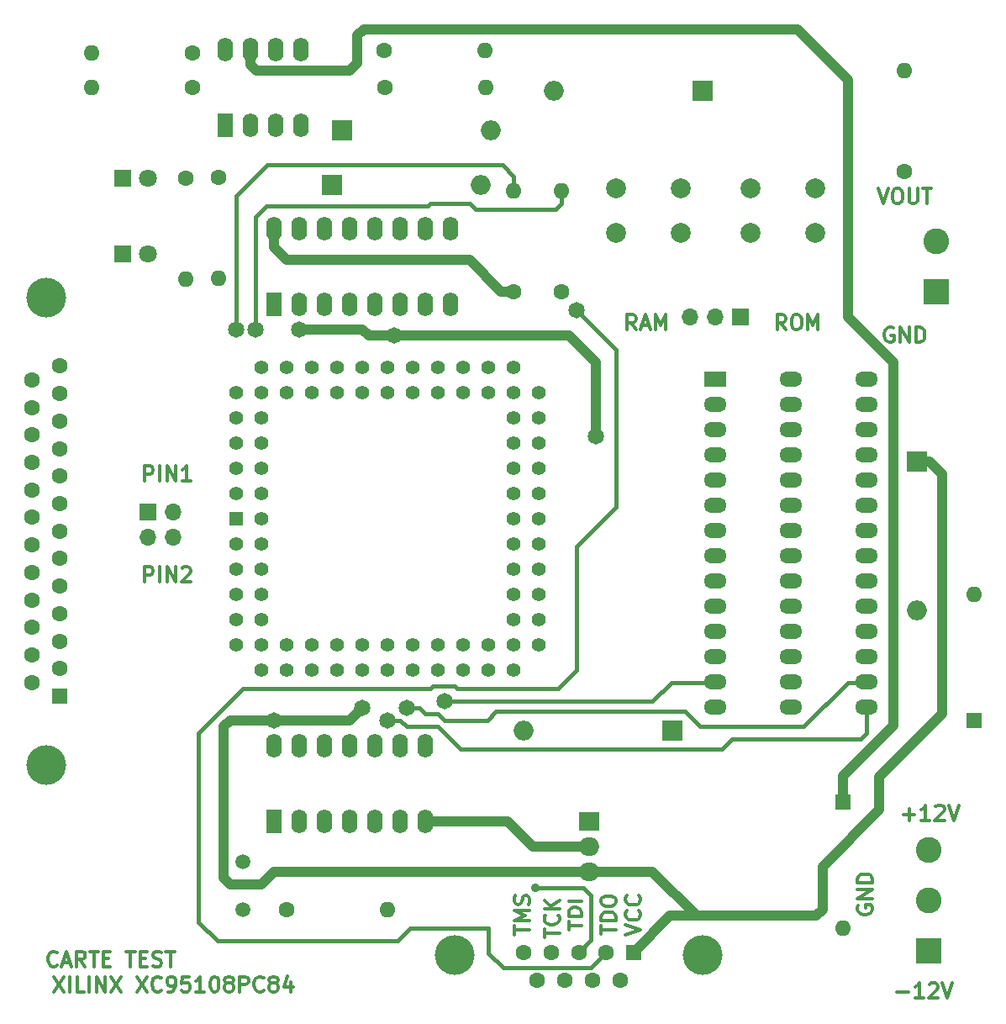
<source format=gbr>
%TF.GenerationSoftware,KiCad,Pcbnew,8.0.5*%
%TF.CreationDate,2024-10-06T22:29:13+02:00*%
%TF.ProjectId,carte_test,63617274-655f-4746-9573-742e6b696361,0*%
%TF.SameCoordinates,Original*%
%TF.FileFunction,Copper,L1,Top*%
%TF.FilePolarity,Positive*%
%FSLAX46Y46*%
G04 Gerber Fmt 4.6, Leading zero omitted, Abs format (unit mm)*
G04 Created by KiCad (PCBNEW 8.0.5) date 2024-10-06 22:29:13*
%MOMM*%
%LPD*%
G01*
G04 APERTURE LIST*
%ADD10C,0.304800*%
%TA.AperFunction,NonConductor*%
%ADD11C,0.304800*%
%TD*%
%TA.AperFunction,ComponentPad*%
%ADD12R,1.600000X1.600000*%
%TD*%
%TA.AperFunction,ComponentPad*%
%ADD13O,1.600000X1.600000*%
%TD*%
%TA.AperFunction,ComponentPad*%
%ADD14C,2.000000*%
%TD*%
%TA.AperFunction,ComponentPad*%
%ADD15R,1.397000X1.397000*%
%TD*%
%TA.AperFunction,ComponentPad*%
%ADD16C,1.397000*%
%TD*%
%TA.AperFunction,ComponentPad*%
%ADD17R,1.600000X2.400000*%
%TD*%
%TA.AperFunction,ComponentPad*%
%ADD18O,1.600000X2.400000*%
%TD*%
%TA.AperFunction,ComponentPad*%
%ADD19R,1.700000X1.700000*%
%TD*%
%TA.AperFunction,ComponentPad*%
%ADD20O,1.700000X1.700000*%
%TD*%
%TA.AperFunction,ComponentPad*%
%ADD21C,1.600000*%
%TD*%
%TA.AperFunction,ComponentPad*%
%ADD22C,1.500000*%
%TD*%
%TA.AperFunction,ComponentPad*%
%ADD23R,1.800000X1.800000*%
%TD*%
%TA.AperFunction,ComponentPad*%
%ADD24C,1.800000*%
%TD*%
%TA.AperFunction,ComponentPad*%
%ADD25C,4.000000*%
%TD*%
%TA.AperFunction,ComponentPad*%
%ADD26R,2.000000X1.905000*%
%TD*%
%TA.AperFunction,ComponentPad*%
%ADD27O,2.000000X1.905000*%
%TD*%
%TA.AperFunction,ComponentPad*%
%ADD28R,2.600000X2.600000*%
%TD*%
%TA.AperFunction,ComponentPad*%
%ADD29C,2.600000*%
%TD*%
%TA.AperFunction,ComponentPad*%
%ADD30R,2.000000X2.000000*%
%TD*%
%TA.AperFunction,ComponentPad*%
%ADD31O,2.000000X2.000000*%
%TD*%
%TA.AperFunction,ComponentPad*%
%ADD32R,2.300000X1.500000*%
%TD*%
%TA.AperFunction,ComponentPad*%
%ADD33O,2.300000X1.500000*%
%TD*%
%TA.AperFunction,ViaPad*%
%ADD34C,1.651000*%
%TD*%
%TA.AperFunction,ViaPad*%
%ADD35C,0.900000*%
%TD*%
%TA.AperFunction,Conductor*%
%ADD36C,1.016000*%
%TD*%
%TA.AperFunction,Conductor*%
%ADD37C,0.431800*%
%TD*%
%TA.AperFunction,Conductor*%
%ADD38C,0.400000*%
%TD*%
G04 APERTURE END LIST*
D10*
D11*
X151003841Y-129213428D02*
X151003841Y-128342571D01*
X152527841Y-128777999D02*
X151003841Y-128777999D01*
X152382698Y-126963713D02*
X152455270Y-127036285D01*
X152455270Y-127036285D02*
X152527841Y-127253999D01*
X152527841Y-127253999D02*
X152527841Y-127399142D01*
X152527841Y-127399142D02*
X152455270Y-127616856D01*
X152455270Y-127616856D02*
X152310127Y-127761999D01*
X152310127Y-127761999D02*
X152164984Y-127834570D01*
X152164984Y-127834570D02*
X151874698Y-127907142D01*
X151874698Y-127907142D02*
X151656984Y-127907142D01*
X151656984Y-127907142D02*
X151366698Y-127834570D01*
X151366698Y-127834570D02*
X151221555Y-127761999D01*
X151221555Y-127761999D02*
X151076412Y-127616856D01*
X151076412Y-127616856D02*
X151003841Y-127399142D01*
X151003841Y-127399142D02*
X151003841Y-127253999D01*
X151003841Y-127253999D02*
X151076412Y-127036285D01*
X151076412Y-127036285D02*
X151148984Y-126963713D01*
X152527841Y-126310570D02*
X151003841Y-126310570D01*
X152527841Y-125439713D02*
X151656984Y-126092856D01*
X151003841Y-125439713D02*
X151874698Y-126310570D01*
D10*
D11*
X101618141Y-133150181D02*
X102634141Y-134674181D01*
X102634141Y-133150181D02*
X101618141Y-134674181D01*
X103214713Y-134674181D02*
X103214713Y-133150181D01*
X104666141Y-134674181D02*
X103940427Y-134674181D01*
X103940427Y-134674181D02*
X103940427Y-133150181D01*
X105174141Y-134674181D02*
X105174141Y-133150181D01*
X105899855Y-134674181D02*
X105899855Y-133150181D01*
X105899855Y-133150181D02*
X106770712Y-134674181D01*
X106770712Y-134674181D02*
X106770712Y-133150181D01*
X107351283Y-133150181D02*
X108367283Y-134674181D01*
X108367283Y-133150181D02*
X107351283Y-134674181D01*
X109963855Y-133150181D02*
X110979855Y-134674181D01*
X110979855Y-133150181D02*
X109963855Y-134674181D01*
X112431284Y-134529038D02*
X112358712Y-134601610D01*
X112358712Y-134601610D02*
X112140998Y-134674181D01*
X112140998Y-134674181D02*
X111995855Y-134674181D01*
X111995855Y-134674181D02*
X111778141Y-134601610D01*
X111778141Y-134601610D02*
X111632998Y-134456467D01*
X111632998Y-134456467D02*
X111560427Y-134311324D01*
X111560427Y-134311324D02*
X111487855Y-134021038D01*
X111487855Y-134021038D02*
X111487855Y-133803324D01*
X111487855Y-133803324D02*
X111560427Y-133513038D01*
X111560427Y-133513038D02*
X111632998Y-133367895D01*
X111632998Y-133367895D02*
X111778141Y-133222752D01*
X111778141Y-133222752D02*
X111995855Y-133150181D01*
X111995855Y-133150181D02*
X112140998Y-133150181D01*
X112140998Y-133150181D02*
X112358712Y-133222752D01*
X112358712Y-133222752D02*
X112431284Y-133295324D01*
X113156998Y-134674181D02*
X113447284Y-134674181D01*
X113447284Y-134674181D02*
X113592427Y-134601610D01*
X113592427Y-134601610D02*
X113664998Y-134529038D01*
X113664998Y-134529038D02*
X113810141Y-134311324D01*
X113810141Y-134311324D02*
X113882712Y-134021038D01*
X113882712Y-134021038D02*
X113882712Y-133440467D01*
X113882712Y-133440467D02*
X113810141Y-133295324D01*
X113810141Y-133295324D02*
X113737570Y-133222752D01*
X113737570Y-133222752D02*
X113592427Y-133150181D01*
X113592427Y-133150181D02*
X113302141Y-133150181D01*
X113302141Y-133150181D02*
X113156998Y-133222752D01*
X113156998Y-133222752D02*
X113084427Y-133295324D01*
X113084427Y-133295324D02*
X113011855Y-133440467D01*
X113011855Y-133440467D02*
X113011855Y-133803324D01*
X113011855Y-133803324D02*
X113084427Y-133948467D01*
X113084427Y-133948467D02*
X113156998Y-134021038D01*
X113156998Y-134021038D02*
X113302141Y-134093610D01*
X113302141Y-134093610D02*
X113592427Y-134093610D01*
X113592427Y-134093610D02*
X113737570Y-134021038D01*
X113737570Y-134021038D02*
X113810141Y-133948467D01*
X113810141Y-133948467D02*
X113882712Y-133803324D01*
X115261570Y-133150181D02*
X114535856Y-133150181D01*
X114535856Y-133150181D02*
X114463284Y-133875895D01*
X114463284Y-133875895D02*
X114535856Y-133803324D01*
X114535856Y-133803324D02*
X114680999Y-133730752D01*
X114680999Y-133730752D02*
X115043856Y-133730752D01*
X115043856Y-133730752D02*
X115188999Y-133803324D01*
X115188999Y-133803324D02*
X115261570Y-133875895D01*
X115261570Y-133875895D02*
X115334141Y-134021038D01*
X115334141Y-134021038D02*
X115334141Y-134383895D01*
X115334141Y-134383895D02*
X115261570Y-134529038D01*
X115261570Y-134529038D02*
X115188999Y-134601610D01*
X115188999Y-134601610D02*
X115043856Y-134674181D01*
X115043856Y-134674181D02*
X114680999Y-134674181D01*
X114680999Y-134674181D02*
X114535856Y-134601610D01*
X114535856Y-134601610D02*
X114463284Y-134529038D01*
X116785570Y-134674181D02*
X115914713Y-134674181D01*
X116350142Y-134674181D02*
X116350142Y-133150181D01*
X116350142Y-133150181D02*
X116204999Y-133367895D01*
X116204999Y-133367895D02*
X116059856Y-133513038D01*
X116059856Y-133513038D02*
X115914713Y-133585610D01*
X117728999Y-133150181D02*
X117874142Y-133150181D01*
X117874142Y-133150181D02*
X118019285Y-133222752D01*
X118019285Y-133222752D02*
X118091857Y-133295324D01*
X118091857Y-133295324D02*
X118164428Y-133440467D01*
X118164428Y-133440467D02*
X118236999Y-133730752D01*
X118236999Y-133730752D02*
X118236999Y-134093610D01*
X118236999Y-134093610D02*
X118164428Y-134383895D01*
X118164428Y-134383895D02*
X118091857Y-134529038D01*
X118091857Y-134529038D02*
X118019285Y-134601610D01*
X118019285Y-134601610D02*
X117874142Y-134674181D01*
X117874142Y-134674181D02*
X117728999Y-134674181D01*
X117728999Y-134674181D02*
X117583857Y-134601610D01*
X117583857Y-134601610D02*
X117511285Y-134529038D01*
X117511285Y-134529038D02*
X117438714Y-134383895D01*
X117438714Y-134383895D02*
X117366142Y-134093610D01*
X117366142Y-134093610D02*
X117366142Y-133730752D01*
X117366142Y-133730752D02*
X117438714Y-133440467D01*
X117438714Y-133440467D02*
X117511285Y-133295324D01*
X117511285Y-133295324D02*
X117583857Y-133222752D01*
X117583857Y-133222752D02*
X117728999Y-133150181D01*
X119107857Y-133803324D02*
X118962714Y-133730752D01*
X118962714Y-133730752D02*
X118890143Y-133658181D01*
X118890143Y-133658181D02*
X118817571Y-133513038D01*
X118817571Y-133513038D02*
X118817571Y-133440467D01*
X118817571Y-133440467D02*
X118890143Y-133295324D01*
X118890143Y-133295324D02*
X118962714Y-133222752D01*
X118962714Y-133222752D02*
X119107857Y-133150181D01*
X119107857Y-133150181D02*
X119398143Y-133150181D01*
X119398143Y-133150181D02*
X119543286Y-133222752D01*
X119543286Y-133222752D02*
X119615857Y-133295324D01*
X119615857Y-133295324D02*
X119688428Y-133440467D01*
X119688428Y-133440467D02*
X119688428Y-133513038D01*
X119688428Y-133513038D02*
X119615857Y-133658181D01*
X119615857Y-133658181D02*
X119543286Y-133730752D01*
X119543286Y-133730752D02*
X119398143Y-133803324D01*
X119398143Y-133803324D02*
X119107857Y-133803324D01*
X119107857Y-133803324D02*
X118962714Y-133875895D01*
X118962714Y-133875895D02*
X118890143Y-133948467D01*
X118890143Y-133948467D02*
X118817571Y-134093610D01*
X118817571Y-134093610D02*
X118817571Y-134383895D01*
X118817571Y-134383895D02*
X118890143Y-134529038D01*
X118890143Y-134529038D02*
X118962714Y-134601610D01*
X118962714Y-134601610D02*
X119107857Y-134674181D01*
X119107857Y-134674181D02*
X119398143Y-134674181D01*
X119398143Y-134674181D02*
X119543286Y-134601610D01*
X119543286Y-134601610D02*
X119615857Y-134529038D01*
X119615857Y-134529038D02*
X119688428Y-134383895D01*
X119688428Y-134383895D02*
X119688428Y-134093610D01*
X119688428Y-134093610D02*
X119615857Y-133948467D01*
X119615857Y-133948467D02*
X119543286Y-133875895D01*
X119543286Y-133875895D02*
X119398143Y-133803324D01*
X120341572Y-134674181D02*
X120341572Y-133150181D01*
X120341572Y-133150181D02*
X120922143Y-133150181D01*
X120922143Y-133150181D02*
X121067286Y-133222752D01*
X121067286Y-133222752D02*
X121139857Y-133295324D01*
X121139857Y-133295324D02*
X121212429Y-133440467D01*
X121212429Y-133440467D02*
X121212429Y-133658181D01*
X121212429Y-133658181D02*
X121139857Y-133803324D01*
X121139857Y-133803324D02*
X121067286Y-133875895D01*
X121067286Y-133875895D02*
X120922143Y-133948467D01*
X120922143Y-133948467D02*
X120341572Y-133948467D01*
X122736429Y-134529038D02*
X122663857Y-134601610D01*
X122663857Y-134601610D02*
X122446143Y-134674181D01*
X122446143Y-134674181D02*
X122301000Y-134674181D01*
X122301000Y-134674181D02*
X122083286Y-134601610D01*
X122083286Y-134601610D02*
X121938143Y-134456467D01*
X121938143Y-134456467D02*
X121865572Y-134311324D01*
X121865572Y-134311324D02*
X121793000Y-134021038D01*
X121793000Y-134021038D02*
X121793000Y-133803324D01*
X121793000Y-133803324D02*
X121865572Y-133513038D01*
X121865572Y-133513038D02*
X121938143Y-133367895D01*
X121938143Y-133367895D02*
X122083286Y-133222752D01*
X122083286Y-133222752D02*
X122301000Y-133150181D01*
X122301000Y-133150181D02*
X122446143Y-133150181D01*
X122446143Y-133150181D02*
X122663857Y-133222752D01*
X122663857Y-133222752D02*
X122736429Y-133295324D01*
X123607286Y-133803324D02*
X123462143Y-133730752D01*
X123462143Y-133730752D02*
X123389572Y-133658181D01*
X123389572Y-133658181D02*
X123317000Y-133513038D01*
X123317000Y-133513038D02*
X123317000Y-133440467D01*
X123317000Y-133440467D02*
X123389572Y-133295324D01*
X123389572Y-133295324D02*
X123462143Y-133222752D01*
X123462143Y-133222752D02*
X123607286Y-133150181D01*
X123607286Y-133150181D02*
X123897572Y-133150181D01*
X123897572Y-133150181D02*
X124042715Y-133222752D01*
X124042715Y-133222752D02*
X124115286Y-133295324D01*
X124115286Y-133295324D02*
X124187857Y-133440467D01*
X124187857Y-133440467D02*
X124187857Y-133513038D01*
X124187857Y-133513038D02*
X124115286Y-133658181D01*
X124115286Y-133658181D02*
X124042715Y-133730752D01*
X124042715Y-133730752D02*
X123897572Y-133803324D01*
X123897572Y-133803324D02*
X123607286Y-133803324D01*
X123607286Y-133803324D02*
X123462143Y-133875895D01*
X123462143Y-133875895D02*
X123389572Y-133948467D01*
X123389572Y-133948467D02*
X123317000Y-134093610D01*
X123317000Y-134093610D02*
X123317000Y-134383895D01*
X123317000Y-134383895D02*
X123389572Y-134529038D01*
X123389572Y-134529038D02*
X123462143Y-134601610D01*
X123462143Y-134601610D02*
X123607286Y-134674181D01*
X123607286Y-134674181D02*
X123897572Y-134674181D01*
X123897572Y-134674181D02*
X124042715Y-134601610D01*
X124042715Y-134601610D02*
X124115286Y-134529038D01*
X124115286Y-134529038D02*
X124187857Y-134383895D01*
X124187857Y-134383895D02*
X124187857Y-134093610D01*
X124187857Y-134093610D02*
X124115286Y-133948467D01*
X124115286Y-133948467D02*
X124042715Y-133875895D01*
X124042715Y-133875895D02*
X123897572Y-133803324D01*
X125494144Y-133658181D02*
X125494144Y-134674181D01*
X125131286Y-133077610D02*
X124768429Y-134166181D01*
X124768429Y-134166181D02*
X125711858Y-134166181D01*
D10*
D11*
X175332572Y-67999181D02*
X174824572Y-67273467D01*
X174461715Y-67999181D02*
X174461715Y-66475181D01*
X174461715Y-66475181D02*
X175042286Y-66475181D01*
X175042286Y-66475181D02*
X175187429Y-66547752D01*
X175187429Y-66547752D02*
X175260000Y-66620324D01*
X175260000Y-66620324D02*
X175332572Y-66765467D01*
X175332572Y-66765467D02*
X175332572Y-66983181D01*
X175332572Y-66983181D02*
X175260000Y-67128324D01*
X175260000Y-67128324D02*
X175187429Y-67200895D01*
X175187429Y-67200895D02*
X175042286Y-67273467D01*
X175042286Y-67273467D02*
X174461715Y-67273467D01*
X176276000Y-66475181D02*
X176566286Y-66475181D01*
X176566286Y-66475181D02*
X176711429Y-66547752D01*
X176711429Y-66547752D02*
X176856572Y-66692895D01*
X176856572Y-66692895D02*
X176929143Y-66983181D01*
X176929143Y-66983181D02*
X176929143Y-67491181D01*
X176929143Y-67491181D02*
X176856572Y-67781467D01*
X176856572Y-67781467D02*
X176711429Y-67926610D01*
X176711429Y-67926610D02*
X176566286Y-67999181D01*
X176566286Y-67999181D02*
X176276000Y-67999181D01*
X176276000Y-67999181D02*
X176130858Y-67926610D01*
X176130858Y-67926610D02*
X175985715Y-67781467D01*
X175985715Y-67781467D02*
X175913143Y-67491181D01*
X175913143Y-67491181D02*
X175913143Y-66983181D01*
X175913143Y-66983181D02*
X175985715Y-66692895D01*
X175985715Y-66692895D02*
X176130858Y-66547752D01*
X176130858Y-66547752D02*
X176276000Y-66475181D01*
X177582286Y-67999181D02*
X177582286Y-66475181D01*
X177582286Y-66475181D02*
X178090286Y-67563752D01*
X178090286Y-67563752D02*
X178598286Y-66475181D01*
X178598286Y-66475181D02*
X178598286Y-67999181D01*
D10*
D11*
X186163857Y-67817752D02*
X186018715Y-67745181D01*
X186018715Y-67745181D02*
X185801000Y-67745181D01*
X185801000Y-67745181D02*
X185583286Y-67817752D01*
X185583286Y-67817752D02*
X185438143Y-67962895D01*
X185438143Y-67962895D02*
X185365572Y-68108038D01*
X185365572Y-68108038D02*
X185293000Y-68398324D01*
X185293000Y-68398324D02*
X185293000Y-68616038D01*
X185293000Y-68616038D02*
X185365572Y-68906324D01*
X185365572Y-68906324D02*
X185438143Y-69051467D01*
X185438143Y-69051467D02*
X185583286Y-69196610D01*
X185583286Y-69196610D02*
X185801000Y-69269181D01*
X185801000Y-69269181D02*
X185946143Y-69269181D01*
X185946143Y-69269181D02*
X186163857Y-69196610D01*
X186163857Y-69196610D02*
X186236429Y-69124038D01*
X186236429Y-69124038D02*
X186236429Y-68616038D01*
X186236429Y-68616038D02*
X185946143Y-68616038D01*
X186889572Y-69269181D02*
X186889572Y-67745181D01*
X186889572Y-67745181D02*
X187760429Y-69269181D01*
X187760429Y-69269181D02*
X187760429Y-67745181D01*
X188486143Y-69269181D02*
X188486143Y-67745181D01*
X188486143Y-67745181D02*
X188849000Y-67745181D01*
X188849000Y-67745181D02*
X189066714Y-67817752D01*
X189066714Y-67817752D02*
X189211857Y-67962895D01*
X189211857Y-67962895D02*
X189284428Y-68108038D01*
X189284428Y-68108038D02*
X189357000Y-68398324D01*
X189357000Y-68398324D02*
X189357000Y-68616038D01*
X189357000Y-68616038D02*
X189284428Y-68906324D01*
X189284428Y-68906324D02*
X189211857Y-69051467D01*
X189211857Y-69051467D02*
X189066714Y-69196610D01*
X189066714Y-69196610D02*
X188849000Y-69269181D01*
X188849000Y-69269181D02*
X188486143Y-69269181D01*
D10*
D11*
X182625752Y-126002142D02*
X182553181Y-126147285D01*
X182553181Y-126147285D02*
X182553181Y-126364999D01*
X182553181Y-126364999D02*
X182625752Y-126582713D01*
X182625752Y-126582713D02*
X182770895Y-126727856D01*
X182770895Y-126727856D02*
X182916038Y-126800427D01*
X182916038Y-126800427D02*
X183206324Y-126872999D01*
X183206324Y-126872999D02*
X183424038Y-126872999D01*
X183424038Y-126872999D02*
X183714324Y-126800427D01*
X183714324Y-126800427D02*
X183859467Y-126727856D01*
X183859467Y-126727856D02*
X184004610Y-126582713D01*
X184004610Y-126582713D02*
X184077181Y-126364999D01*
X184077181Y-126364999D02*
X184077181Y-126219856D01*
X184077181Y-126219856D02*
X184004610Y-126002142D01*
X184004610Y-126002142D02*
X183932038Y-125929570D01*
X183932038Y-125929570D02*
X183424038Y-125929570D01*
X183424038Y-125929570D02*
X183424038Y-126219856D01*
X184077181Y-125276427D02*
X182553181Y-125276427D01*
X182553181Y-125276427D02*
X184077181Y-124405570D01*
X184077181Y-124405570D02*
X182553181Y-124405570D01*
X184077181Y-123679856D02*
X182553181Y-123679856D01*
X182553181Y-123679856D02*
X182553181Y-123316999D01*
X182553181Y-123316999D02*
X182625752Y-123099285D01*
X182625752Y-123099285D02*
X182770895Y-122954142D01*
X182770895Y-122954142D02*
X182916038Y-122881571D01*
X182916038Y-122881571D02*
X183206324Y-122808999D01*
X183206324Y-122808999D02*
X183424038Y-122808999D01*
X183424038Y-122808999D02*
X183714324Y-122881571D01*
X183714324Y-122881571D02*
X183859467Y-122954142D01*
X183859467Y-122954142D02*
X184004610Y-123099285D01*
X184004610Y-123099285D02*
X184077181Y-123316999D01*
X184077181Y-123316999D02*
X184077181Y-123679856D01*
D10*
D11*
X184639857Y-53775181D02*
X185147857Y-55299181D01*
X185147857Y-55299181D02*
X185655857Y-53775181D01*
X186454143Y-53775181D02*
X186744429Y-53775181D01*
X186744429Y-53775181D02*
X186889572Y-53847752D01*
X186889572Y-53847752D02*
X187034715Y-53992895D01*
X187034715Y-53992895D02*
X187107286Y-54283181D01*
X187107286Y-54283181D02*
X187107286Y-54791181D01*
X187107286Y-54791181D02*
X187034715Y-55081467D01*
X187034715Y-55081467D02*
X186889572Y-55226610D01*
X186889572Y-55226610D02*
X186744429Y-55299181D01*
X186744429Y-55299181D02*
X186454143Y-55299181D01*
X186454143Y-55299181D02*
X186309001Y-55226610D01*
X186309001Y-55226610D02*
X186163858Y-55081467D01*
X186163858Y-55081467D02*
X186091286Y-54791181D01*
X186091286Y-54791181D02*
X186091286Y-54283181D01*
X186091286Y-54283181D02*
X186163858Y-53992895D01*
X186163858Y-53992895D02*
X186309001Y-53847752D01*
X186309001Y-53847752D02*
X186454143Y-53775181D01*
X187760429Y-53775181D02*
X187760429Y-55008895D01*
X187760429Y-55008895D02*
X187833000Y-55154038D01*
X187833000Y-55154038D02*
X187905572Y-55226610D01*
X187905572Y-55226610D02*
X188050714Y-55299181D01*
X188050714Y-55299181D02*
X188341000Y-55299181D01*
X188341000Y-55299181D02*
X188486143Y-55226610D01*
X188486143Y-55226610D02*
X188558714Y-55154038D01*
X188558714Y-55154038D02*
X188631286Y-55008895D01*
X188631286Y-55008895D02*
X188631286Y-53775181D01*
X189139285Y-53775181D02*
X190010143Y-53775181D01*
X189574714Y-55299181D02*
X189574714Y-53775181D01*
D10*
D11*
X159185181Y-128905000D02*
X160709181Y-128397000D01*
X160709181Y-128397000D02*
X159185181Y-127889000D01*
X160564038Y-126510142D02*
X160636610Y-126582714D01*
X160636610Y-126582714D02*
X160709181Y-126800428D01*
X160709181Y-126800428D02*
X160709181Y-126945571D01*
X160709181Y-126945571D02*
X160636610Y-127163285D01*
X160636610Y-127163285D02*
X160491467Y-127308428D01*
X160491467Y-127308428D02*
X160346324Y-127380999D01*
X160346324Y-127380999D02*
X160056038Y-127453571D01*
X160056038Y-127453571D02*
X159838324Y-127453571D01*
X159838324Y-127453571D02*
X159548038Y-127380999D01*
X159548038Y-127380999D02*
X159402895Y-127308428D01*
X159402895Y-127308428D02*
X159257752Y-127163285D01*
X159257752Y-127163285D02*
X159185181Y-126945571D01*
X159185181Y-126945571D02*
X159185181Y-126800428D01*
X159185181Y-126800428D02*
X159257752Y-126582714D01*
X159257752Y-126582714D02*
X159330324Y-126510142D01*
X160564038Y-124986142D02*
X160636610Y-125058714D01*
X160636610Y-125058714D02*
X160709181Y-125276428D01*
X160709181Y-125276428D02*
X160709181Y-125421571D01*
X160709181Y-125421571D02*
X160636610Y-125639285D01*
X160636610Y-125639285D02*
X160491467Y-125784428D01*
X160491467Y-125784428D02*
X160346324Y-125856999D01*
X160346324Y-125856999D02*
X160056038Y-125929571D01*
X160056038Y-125929571D02*
X159838324Y-125929571D01*
X159838324Y-125929571D02*
X159548038Y-125856999D01*
X159548038Y-125856999D02*
X159402895Y-125784428D01*
X159402895Y-125784428D02*
X159257752Y-125639285D01*
X159257752Y-125639285D02*
X159185181Y-125421571D01*
X159185181Y-125421571D02*
X159185181Y-125276428D01*
X159185181Y-125276428D02*
X159257752Y-125058714D01*
X159257752Y-125058714D02*
X159330324Y-124986142D01*
D10*
D11*
X110744000Y-83239181D02*
X110744000Y-81715181D01*
X110744000Y-81715181D02*
X111324571Y-81715181D01*
X111324571Y-81715181D02*
X111469714Y-81787752D01*
X111469714Y-81787752D02*
X111542285Y-81860324D01*
X111542285Y-81860324D02*
X111614857Y-82005467D01*
X111614857Y-82005467D02*
X111614857Y-82223181D01*
X111614857Y-82223181D02*
X111542285Y-82368324D01*
X111542285Y-82368324D02*
X111469714Y-82440895D01*
X111469714Y-82440895D02*
X111324571Y-82513467D01*
X111324571Y-82513467D02*
X110744000Y-82513467D01*
X112268000Y-83239181D02*
X112268000Y-81715181D01*
X112993714Y-83239181D02*
X112993714Y-81715181D01*
X112993714Y-81715181D02*
X113864571Y-83239181D01*
X113864571Y-83239181D02*
X113864571Y-81715181D01*
X115388570Y-83239181D02*
X114517713Y-83239181D01*
X114953142Y-83239181D02*
X114953142Y-81715181D01*
X114953142Y-81715181D02*
X114807999Y-81932895D01*
X114807999Y-81932895D02*
X114662856Y-82078038D01*
X114662856Y-82078038D02*
X114517713Y-82150610D01*
D10*
D11*
X156718841Y-128868714D02*
X156718841Y-127997857D01*
X158242841Y-128433285D02*
X156718841Y-128433285D01*
X158242841Y-127489856D02*
X156718841Y-127489856D01*
X156718841Y-127489856D02*
X156718841Y-127126999D01*
X156718841Y-127126999D02*
X156791412Y-126909285D01*
X156791412Y-126909285D02*
X156936555Y-126764142D01*
X156936555Y-126764142D02*
X157081698Y-126691571D01*
X157081698Y-126691571D02*
X157371984Y-126618999D01*
X157371984Y-126618999D02*
X157589698Y-126618999D01*
X157589698Y-126618999D02*
X157879984Y-126691571D01*
X157879984Y-126691571D02*
X158025127Y-126764142D01*
X158025127Y-126764142D02*
X158170270Y-126909285D01*
X158170270Y-126909285D02*
X158242841Y-127126999D01*
X158242841Y-127126999D02*
X158242841Y-127489856D01*
X156718841Y-125675571D02*
X156718841Y-125385285D01*
X156718841Y-125385285D02*
X156791412Y-125240142D01*
X156791412Y-125240142D02*
X156936555Y-125094999D01*
X156936555Y-125094999D02*
X157226841Y-125022428D01*
X157226841Y-125022428D02*
X157734841Y-125022428D01*
X157734841Y-125022428D02*
X158025127Y-125094999D01*
X158025127Y-125094999D02*
X158170270Y-125240142D01*
X158170270Y-125240142D02*
X158242841Y-125385285D01*
X158242841Y-125385285D02*
X158242841Y-125675571D01*
X158242841Y-125675571D02*
X158170270Y-125820714D01*
X158170270Y-125820714D02*
X158025127Y-125965856D01*
X158025127Y-125965856D02*
X157734841Y-126038428D01*
X157734841Y-126038428D02*
X157226841Y-126038428D01*
X157226841Y-126038428D02*
X156936555Y-125965856D01*
X156936555Y-125965856D02*
X156791412Y-125820714D01*
X156791412Y-125820714D02*
X156718841Y-125675571D01*
D10*
D11*
X148009181Y-128905000D02*
X148009181Y-128034143D01*
X149533181Y-128469571D02*
X148009181Y-128469571D01*
X149533181Y-127526142D02*
X148009181Y-127526142D01*
X148009181Y-127526142D02*
X149097752Y-127018142D01*
X149097752Y-127018142D02*
X148009181Y-126510142D01*
X148009181Y-126510142D02*
X149533181Y-126510142D01*
X149460610Y-125857000D02*
X149533181Y-125639286D01*
X149533181Y-125639286D02*
X149533181Y-125276428D01*
X149533181Y-125276428D02*
X149460610Y-125131286D01*
X149460610Y-125131286D02*
X149388038Y-125058714D01*
X149388038Y-125058714D02*
X149242895Y-124986143D01*
X149242895Y-124986143D02*
X149097752Y-124986143D01*
X149097752Y-124986143D02*
X148952610Y-125058714D01*
X148952610Y-125058714D02*
X148880038Y-125131286D01*
X148880038Y-125131286D02*
X148807467Y-125276428D01*
X148807467Y-125276428D02*
X148734895Y-125566714D01*
X148734895Y-125566714D02*
X148662324Y-125711857D01*
X148662324Y-125711857D02*
X148589752Y-125784428D01*
X148589752Y-125784428D02*
X148444610Y-125857000D01*
X148444610Y-125857000D02*
X148299467Y-125857000D01*
X148299467Y-125857000D02*
X148154324Y-125784428D01*
X148154324Y-125784428D02*
X148081752Y-125711857D01*
X148081752Y-125711857D02*
X148009181Y-125566714D01*
X148009181Y-125566714D02*
X148009181Y-125203857D01*
X148009181Y-125203857D02*
X148081752Y-124986143D01*
D10*
D11*
X187179857Y-116821610D02*
X188341000Y-116821610D01*
X187760428Y-117402181D02*
X187760428Y-116241038D01*
X189864999Y-117402181D02*
X188994142Y-117402181D01*
X189429571Y-117402181D02*
X189429571Y-115878181D01*
X189429571Y-115878181D02*
X189284428Y-116095895D01*
X189284428Y-116095895D02*
X189139285Y-116241038D01*
X189139285Y-116241038D02*
X188994142Y-116313610D01*
X190445571Y-116023324D02*
X190518143Y-115950752D01*
X190518143Y-115950752D02*
X190663286Y-115878181D01*
X190663286Y-115878181D02*
X191026143Y-115878181D01*
X191026143Y-115878181D02*
X191171286Y-115950752D01*
X191171286Y-115950752D02*
X191243857Y-116023324D01*
X191243857Y-116023324D02*
X191316428Y-116168467D01*
X191316428Y-116168467D02*
X191316428Y-116313610D01*
X191316428Y-116313610D02*
X191243857Y-116531324D01*
X191243857Y-116531324D02*
X190373000Y-117402181D01*
X190373000Y-117402181D02*
X191316428Y-117402181D01*
X191751857Y-115878181D02*
X192259857Y-117402181D01*
X192259857Y-117402181D02*
X192767857Y-115878181D01*
D10*
D11*
X110744000Y-93399181D02*
X110744000Y-91875181D01*
X110744000Y-91875181D02*
X111324571Y-91875181D01*
X111324571Y-91875181D02*
X111469714Y-91947752D01*
X111469714Y-91947752D02*
X111542285Y-92020324D01*
X111542285Y-92020324D02*
X111614857Y-92165467D01*
X111614857Y-92165467D02*
X111614857Y-92383181D01*
X111614857Y-92383181D02*
X111542285Y-92528324D01*
X111542285Y-92528324D02*
X111469714Y-92600895D01*
X111469714Y-92600895D02*
X111324571Y-92673467D01*
X111324571Y-92673467D02*
X110744000Y-92673467D01*
X112268000Y-93399181D02*
X112268000Y-91875181D01*
X112993714Y-93399181D02*
X112993714Y-91875181D01*
X112993714Y-91875181D02*
X113864571Y-93399181D01*
X113864571Y-93399181D02*
X113864571Y-91875181D01*
X114517713Y-92020324D02*
X114590285Y-91947752D01*
X114590285Y-91947752D02*
X114735428Y-91875181D01*
X114735428Y-91875181D02*
X115098285Y-91875181D01*
X115098285Y-91875181D02*
X115243428Y-91947752D01*
X115243428Y-91947752D02*
X115315999Y-92020324D01*
X115315999Y-92020324D02*
X115388570Y-92165467D01*
X115388570Y-92165467D02*
X115388570Y-92310610D01*
X115388570Y-92310610D02*
X115315999Y-92528324D01*
X115315999Y-92528324D02*
X114445142Y-93399181D01*
X114445142Y-93399181D02*
X115388570Y-93399181D01*
D10*
D11*
X186544857Y-134728610D02*
X187706000Y-134728610D01*
X189229999Y-135309181D02*
X188359142Y-135309181D01*
X188794571Y-135309181D02*
X188794571Y-133785181D01*
X188794571Y-133785181D02*
X188649428Y-134002895D01*
X188649428Y-134002895D02*
X188504285Y-134148038D01*
X188504285Y-134148038D02*
X188359142Y-134220610D01*
X189810571Y-133930324D02*
X189883143Y-133857752D01*
X189883143Y-133857752D02*
X190028286Y-133785181D01*
X190028286Y-133785181D02*
X190391143Y-133785181D01*
X190391143Y-133785181D02*
X190536286Y-133857752D01*
X190536286Y-133857752D02*
X190608857Y-133930324D01*
X190608857Y-133930324D02*
X190681428Y-134075467D01*
X190681428Y-134075467D02*
X190681428Y-134220610D01*
X190681428Y-134220610D02*
X190608857Y-134438324D01*
X190608857Y-134438324D02*
X189738000Y-135309181D01*
X189738000Y-135309181D02*
X190681428Y-135309181D01*
X191116857Y-133785181D02*
X191624857Y-135309181D01*
X191624857Y-135309181D02*
X192132857Y-133785181D01*
D10*
D11*
X160237714Y-67999181D02*
X159729714Y-67273467D01*
X159366857Y-67999181D02*
X159366857Y-66475181D01*
X159366857Y-66475181D02*
X159947428Y-66475181D01*
X159947428Y-66475181D02*
X160092571Y-66547752D01*
X160092571Y-66547752D02*
X160165142Y-66620324D01*
X160165142Y-66620324D02*
X160237714Y-66765467D01*
X160237714Y-66765467D02*
X160237714Y-66983181D01*
X160237714Y-66983181D02*
X160165142Y-67128324D01*
X160165142Y-67128324D02*
X160092571Y-67200895D01*
X160092571Y-67200895D02*
X159947428Y-67273467D01*
X159947428Y-67273467D02*
X159366857Y-67273467D01*
X160818285Y-67563752D02*
X161544000Y-67563752D01*
X160673142Y-67999181D02*
X161181142Y-66475181D01*
X161181142Y-66475181D02*
X161689142Y-67999181D01*
X162197143Y-67999181D02*
X162197143Y-66475181D01*
X162197143Y-66475181D02*
X162705143Y-67563752D01*
X162705143Y-67563752D02*
X163213143Y-66475181D01*
X163213143Y-66475181D02*
X163213143Y-67999181D01*
D10*
D11*
X101944714Y-131989038D02*
X101872142Y-132061610D01*
X101872142Y-132061610D02*
X101654428Y-132134181D01*
X101654428Y-132134181D02*
X101509285Y-132134181D01*
X101509285Y-132134181D02*
X101291571Y-132061610D01*
X101291571Y-132061610D02*
X101146428Y-131916467D01*
X101146428Y-131916467D02*
X101073857Y-131771324D01*
X101073857Y-131771324D02*
X101001285Y-131481038D01*
X101001285Y-131481038D02*
X101001285Y-131263324D01*
X101001285Y-131263324D02*
X101073857Y-130973038D01*
X101073857Y-130973038D02*
X101146428Y-130827895D01*
X101146428Y-130827895D02*
X101291571Y-130682752D01*
X101291571Y-130682752D02*
X101509285Y-130610181D01*
X101509285Y-130610181D02*
X101654428Y-130610181D01*
X101654428Y-130610181D02*
X101872142Y-130682752D01*
X101872142Y-130682752D02*
X101944714Y-130755324D01*
X102525285Y-131698752D02*
X103251000Y-131698752D01*
X102380142Y-132134181D02*
X102888142Y-130610181D01*
X102888142Y-130610181D02*
X103396142Y-132134181D01*
X104775000Y-132134181D02*
X104267000Y-131408467D01*
X103904143Y-132134181D02*
X103904143Y-130610181D01*
X103904143Y-130610181D02*
X104484714Y-130610181D01*
X104484714Y-130610181D02*
X104629857Y-130682752D01*
X104629857Y-130682752D02*
X104702428Y-130755324D01*
X104702428Y-130755324D02*
X104775000Y-130900467D01*
X104775000Y-130900467D02*
X104775000Y-131118181D01*
X104775000Y-131118181D02*
X104702428Y-131263324D01*
X104702428Y-131263324D02*
X104629857Y-131335895D01*
X104629857Y-131335895D02*
X104484714Y-131408467D01*
X104484714Y-131408467D02*
X103904143Y-131408467D01*
X105210428Y-130610181D02*
X106081286Y-130610181D01*
X105645857Y-132134181D02*
X105645857Y-130610181D01*
X106589286Y-131335895D02*
X107097286Y-131335895D01*
X107315000Y-132134181D02*
X106589286Y-132134181D01*
X106589286Y-132134181D02*
X106589286Y-130610181D01*
X106589286Y-130610181D02*
X107315000Y-130610181D01*
X108911571Y-130610181D02*
X109782429Y-130610181D01*
X109347000Y-132134181D02*
X109347000Y-130610181D01*
X110290429Y-131335895D02*
X110798429Y-131335895D01*
X111016143Y-132134181D02*
X110290429Y-132134181D01*
X110290429Y-132134181D02*
X110290429Y-130610181D01*
X110290429Y-130610181D02*
X111016143Y-130610181D01*
X111596714Y-132061610D02*
X111814429Y-132134181D01*
X111814429Y-132134181D02*
X112177286Y-132134181D01*
X112177286Y-132134181D02*
X112322429Y-132061610D01*
X112322429Y-132061610D02*
X112395000Y-131989038D01*
X112395000Y-131989038D02*
X112467571Y-131843895D01*
X112467571Y-131843895D02*
X112467571Y-131698752D01*
X112467571Y-131698752D02*
X112395000Y-131553610D01*
X112395000Y-131553610D02*
X112322429Y-131481038D01*
X112322429Y-131481038D02*
X112177286Y-131408467D01*
X112177286Y-131408467D02*
X111887000Y-131335895D01*
X111887000Y-131335895D02*
X111741857Y-131263324D01*
X111741857Y-131263324D02*
X111669286Y-131190752D01*
X111669286Y-131190752D02*
X111596714Y-131045610D01*
X111596714Y-131045610D02*
X111596714Y-130900467D01*
X111596714Y-130900467D02*
X111669286Y-130755324D01*
X111669286Y-130755324D02*
X111741857Y-130682752D01*
X111741857Y-130682752D02*
X111887000Y-130610181D01*
X111887000Y-130610181D02*
X112249857Y-130610181D01*
X112249857Y-130610181D02*
X112467571Y-130682752D01*
X112903000Y-130610181D02*
X113773858Y-130610181D01*
X113338429Y-132134181D02*
X113338429Y-130610181D01*
D10*
D11*
X153479676Y-128433285D02*
X153479676Y-127562428D01*
X154749676Y-127997856D02*
X153479676Y-127997856D01*
X154749676Y-127054427D02*
X153479676Y-127054427D01*
X153479676Y-127054427D02*
X153479676Y-126691570D01*
X153479676Y-126691570D02*
X153540152Y-126473856D01*
X153540152Y-126473856D02*
X153661104Y-126328713D01*
X153661104Y-126328713D02*
X153782057Y-126256142D01*
X153782057Y-126256142D02*
X154023961Y-126183570D01*
X154023961Y-126183570D02*
X154205390Y-126183570D01*
X154205390Y-126183570D02*
X154447295Y-126256142D01*
X154447295Y-126256142D02*
X154568247Y-126328713D01*
X154568247Y-126328713D02*
X154689200Y-126473856D01*
X154689200Y-126473856D02*
X154749676Y-126691570D01*
X154749676Y-126691570D02*
X154749676Y-127054427D01*
X154749676Y-125530427D02*
X153479676Y-125530427D01*
D12*
%TO.P,D1,1,K*%
%TO.N,+12V*%
X181102000Y-115570000D03*
D13*
%TO.P,D1,2,A*%
%TO.N,/+12BATT*%
X181102000Y-128270000D03*
%TD*%
D12*
%TO.P,D4,1,K*%
%TO.N,/-12BATT*%
X194310000Y-107315000D03*
D13*
%TO.P,D4,2,A*%
%TO.N,-12V*%
X194310000Y-94615000D03*
%TD*%
D14*
%TO.P,SW1,1,1*%
%TO.N,/SW0*%
X158242000Y-53721000D03*
X164742000Y-53721000D03*
%TO.P,SW1,2,2*%
%TO.N,GND*%
X158242000Y-58221000D03*
X164742000Y-58221000D03*
%TD*%
D15*
%TO.P,U2,1,P1*%
%TO.N,/PIN_TEST0*%
X120015000Y-86995000D03*
D16*
%TO.P,U2,2,P2*%
%TO.N,/PIN_TEST1*%
X122555000Y-86995000D03*
%TO.P,U2,3,P3*%
%TO.N,/PARBUS3*%
X120015000Y-89535000D03*
%TO.P,U2,4,P4*%
%TO.N,/PAR_AUX8{slash}SELECT*%
X122555000Y-89535000D03*
%TO.P,U2,5,P5*%
%TO.N,/PARBUS2*%
X120015000Y-92075000D03*
%TO.P,U2,6,P6*%
%TO.N,/PAR_AUX7{slash}INIT*%
X122555000Y-92075000D03*
%TO.P,U2,7,P7*%
%TO.N,/PARBUS1*%
X120015000Y-94615000D03*
%TO.P,U2,8,GND*%
%TO.N,GND*%
X122555000Y-94615000D03*
%TO.P,U2,9,I/O/GCK1*%
%TO.N,/PAR_AUX1{slash}ERROR\u002A*%
X120015000Y-97155000D03*
%TO.P,U2,10,I/O/GCK2*%
%TO.N,/PARBUS0*%
X122555000Y-97155000D03*
%TO.P,U2,11,P11*%
%TO.N,/PAR_AUX2{slash}AUTOLF\u002A*%
X120015000Y-99695000D03*
%TO.P,U2,12,I/O/GCK3*%
%TO.N,/XIN{slash}CLK*%
X122555000Y-102235000D03*
%TO.P,U2,13,P13*%
%TO.N,/PAR_AUX0{slash}STROBE\u002A*%
X122555000Y-99695000D03*
%TO.P,U2,14,P14*%
%TO.N,unconnected-(U2-P14-Pad14)*%
X125095000Y-102235000D03*
%TO.P,U2,15,P15*%
%TO.N,unconnected-(U2-P15-Pad15)*%
X125095000Y-99695000D03*
%TO.P,U2,16,GND*%
%TO.N,GND*%
X127635000Y-102235000D03*
%TO.P,U2,17,P17*%
%TO.N,unconnected-(U2-P17-Pad17)*%
X127635000Y-99695000D03*
%TO.P,U2,18,P18*%
%TO.N,unconnected-(U2-P18-Pad18)*%
X130175000Y-102235000D03*
%TO.P,U2,19,P19*%
%TO.N,unconnected-(U2-P19-Pad19)*%
X130175000Y-99695000D03*
%TO.P,U2,20,P20*%
%TO.N,unconnected-(U2-P20-Pad20)*%
X132715000Y-102235000D03*
%TO.P,U2,21,P21*%
%TO.N,unconnected-(U2-P21-Pad21)*%
X132715000Y-99695000D03*
%TO.P,U2,22,VCCIO*%
%TO.N,VCC*%
X135255000Y-102235000D03*
%TO.P,U2,23,P23*%
%TO.N,unconnected-(U2-P23-Pad23)*%
X135255000Y-99695000D03*
%TO.P,U2,24,P24*%
%TO.N,/MA4*%
X137795000Y-102235000D03*
%TO.P,U2,25,P25*%
%TO.N,/MA3*%
X137795000Y-99695000D03*
%TO.P,U2,26,P26*%
%TO.N,/MA2*%
X140335000Y-102235000D03*
%TO.P,U2,27,GND*%
%TO.N,GND*%
X140335000Y-99695000D03*
%TO.P,U2,28,TDI*%
%TO.N,/TDI*%
X142875000Y-102235000D03*
%TO.P,U2,29,TMS*%
%TO.N,/TMS*%
X142875000Y-99695000D03*
%TO.P,U2,30,TCK*%
%TO.N,/TCK*%
X145415000Y-102235000D03*
%TO.P,U2,31,P31*%
%TO.N,/MA5*%
X145415000Y-99695000D03*
%TO.P,U2,32,P32*%
%TO.N,/MA1*%
X147955000Y-102235000D03*
%TO.P,U2,33,P33*%
%TO.N,/MA0*%
X150495000Y-99695000D03*
%TO.P,U2,34,P34*%
%TO.N,/MA6*%
X147955000Y-99695000D03*
%TO.P,U2,35,P35*%
%TO.N,/MD0*%
X150495000Y-97155000D03*
%TO.P,U2,36,P36*%
%TO.N,/MA7*%
X147955000Y-97155000D03*
%TO.P,U2,37,P37*%
%TO.N,/MD1*%
X150495000Y-94615000D03*
%TO.P,U2,38,VCC*%
%TO.N,VCC*%
X147955000Y-94615000D03*
%TO.P,U2,39,P39*%
%TO.N,/CSMEM*%
X150495000Y-92075000D03*
%TO.P,U2,40,P40*%
%TO.N,/MD2*%
X147955000Y-92075000D03*
%TO.P,U2,41,P41*%
%TO.N,/MD10*%
X150495000Y-89535000D03*
%TO.P,U2,42,GND*%
%TO.N,GND*%
X147955000Y-89535000D03*
%TO.P,U2,43,P43*%
%TO.N,/OEMEM*%
X150495000Y-86995000D03*
%TO.P,U2,44,P44*%
%TO.N,/MD3*%
X147955000Y-86995000D03*
%TO.P,U2,45,P45*%
%TO.N,/MD11*%
X150495000Y-84455000D03*
%TO.P,U2,46,P46*%
%TO.N,/MD4*%
X147955000Y-84455000D03*
%TO.P,U2,47,P47*%
%TO.N,/MD9*%
X150495000Y-81915000D03*
%TO.P,U2,48,P48*%
%TO.N,/MD5*%
X147955000Y-81915000D03*
%TO.P,U2,49,GND*%
%TO.N,GND*%
X150495000Y-79375000D03*
%TO.P,U2,50,P50*%
%TO.N,/MD6*%
X147955000Y-79375000D03*
%TO.P,U2,51,P51*%
%TO.N,/MD8*%
X150495000Y-76835000D03*
%TO.P,U2,52,P52*%
%TO.N,/MD7*%
X147955000Y-76835000D03*
%TO.P,U2,53,P53*%
%TO.N,/MD13*%
X150495000Y-74295000D03*
%TO.P,U2,54,P54*%
%TO.N,/R{slash}W-A14*%
X147955000Y-71755000D03*
%TO.P,U2,55,P55*%
%TO.N,/MD12*%
X147955000Y-74295000D03*
%TO.P,U2,56,P56*%
%TO.N,/MD14*%
X145415000Y-71755000D03*
%TO.P,U2,57,P57*%
%TO.N,unconnected-(U2-P57-Pad57)*%
X145415000Y-74295000D03*
%TO.P,U2,58,P58*%
%TO.N,/DAT6*%
X142875000Y-71755000D03*
%TO.P,U2,59,TDO*%
%TO.N,/TDO*%
X142875000Y-74295000D03*
%TO.P,U2,60,GND*%
%TO.N,GND*%
X140335000Y-71755000D03*
%TO.P,U2,61,P61*%
%TO.N,/DAT5*%
X140335000Y-74295000D03*
%TO.P,U2,62,P62*%
%TO.N,/DAT7*%
X137795000Y-71755000D03*
%TO.P,U2,63,P63*%
%TO.N,/DAT4*%
X137795000Y-74295000D03*
%TO.P,U2,64,VCCIO*%
%TO.N,VCC*%
X135255000Y-71755000D03*
%TO.P,U2,65,P65*%
%TO.N,unconnected-(U2-P65-Pad65)*%
X135255000Y-74295000D03*
%TO.P,U2,66,P66*%
%TO.N,/DAT1*%
X132715000Y-71755000D03*
%TO.P,U2,67,P67*%
%TO.N,/DCLK*%
X132715000Y-74295000D03*
%TO.P,U2,68,P68*%
%TO.N,/DAT3*%
X130175000Y-71755000D03*
%TO.P,U2,69,P69*%
%TO.N,/DAT0*%
X130175000Y-74295000D03*
%TO.P,U2,70,P70*%
%TO.N,/DAT2*%
X127635000Y-71755000D03*
%TO.P,U2,71,P71*%
%TO.N,/SW1*%
X127635000Y-74295000D03*
%TO.P,U2,72,P72*%
%TO.N,/SW0*%
X125095000Y-71755000D03*
%TO.P,U2,73,VCC*%
%TO.N,VCC*%
X125095000Y-74295000D03*
%TO.P,U2,74,I/O/GSR*%
%TO.N,/LED2*%
X122555000Y-71755000D03*
%TO.P,U2,75,P75*%
%TO.N,/PAR_AUX3{slash}SELECT\u002A*%
X120015000Y-74295000D03*
%TO.P,U2,76,I/O/GTS1*%
%TO.N,/LED1*%
X122555000Y-74295000D03*
%TO.P,U2,77,I/O/GTS2*%
%TO.N,/PAR_AUX4{slash}PE*%
X120015000Y-76835000D03*
%TO.P,U2,78,VCC*%
%TO.N,VCC*%
X122555000Y-76835000D03*
%TO.P,U2,79,P79*%
%TO.N,/PAR_AUX6{slash}ACK*%
X120015000Y-79375000D03*
%TO.P,U2,80,P80*%
%TO.N,/PAR_AUX5{slash}BUSY\u002A*%
X122555000Y-79375000D03*
%TO.P,U2,81,P81*%
%TO.N,/PARBUS6*%
X120015000Y-81915000D03*
%TO.P,U2,82,P82*%
%TO.N,/PARBUS7*%
X122555000Y-81915000D03*
%TO.P,U2,83,P83*%
%TO.N,/PARBUS5*%
X120015000Y-84455000D03*
%TO.P,U2,84,P84*%
%TO.N,/PARBUS4*%
X122555000Y-84455000D03*
%TD*%
D17*
%TO.P,U4,1*%
%TO.N,Net-(C5-Pad1)*%
X123825000Y-117475000D03*
D18*
%TO.P,U4,2*%
%TO.N,Net-(C4-Pad1)*%
X126365000Y-117475000D03*
%TO.P,U4,3*%
X128905000Y-117475000D03*
%TO.P,U4,4*%
%TO.N,/XIN{slash}CLK*%
X131445000Y-117475000D03*
%TO.P,U4,5*%
%TO.N,GND*%
X133985000Y-117475000D03*
%TO.P,U4,6*%
%TO.N,unconnected-(U4-Pad6)*%
X136525000Y-117475000D03*
%TO.P,U4,7,GND*%
%TO.N,GND*%
X139065000Y-117475000D03*
%TO.P,U4,8*%
%TO.N,unconnected-(U4-Pad8)*%
X139065000Y-109855000D03*
%TO.P,U4,9*%
%TO.N,GND*%
X136525000Y-109855000D03*
%TO.P,U4,10*%
%TO.N,unconnected-(U4-Pad10)*%
X133985000Y-109855000D03*
%TO.P,U4,11*%
%TO.N,GND*%
X131445000Y-109855000D03*
%TO.P,U4,12*%
%TO.N,unconnected-(U4-Pad12)*%
X128905000Y-109855000D03*
%TO.P,U4,13*%
%TO.N,GND*%
X126365000Y-109855000D03*
%TO.P,U4,14,VCC*%
%TO.N,VCC*%
X123825000Y-109855000D03*
%TD*%
D19*
%TO.P,P4,1,1*%
%TO.N,GND*%
X111125000Y-86360000D03*
D20*
%TO.P,P4,2,2*%
%TO.N,/PIN_TEST0*%
X113665000Y-86360000D03*
%TO.P,P4,3,3*%
%TO.N,GND*%
X111125000Y-88900000D03*
%TO.P,P4,4,4*%
%TO.N,/PIN_TEST1*%
X113665000Y-88900000D03*
%TD*%
D19*
%TO.P,K1,1,P1*%
%TO.N,VCC*%
X170800000Y-66675000D03*
D20*
%TO.P,K1,2,PM*%
%TO.N,Net-(K1-PM)*%
X168260000Y-66675000D03*
%TO.P,K1,3,P3*%
%TO.N,/MD14*%
X165720000Y-66675000D03*
%TD*%
D21*
%TO.P,R2,1*%
%TO.N,Net-(D2-A)*%
X114935000Y-52705000D03*
D13*
%TO.P,R2,2*%
%TO.N,/LED1*%
X114935000Y-62865000D03*
%TD*%
D21*
%TO.P,R8,1*%
%TO.N,Net-(U6--)*%
X134874000Y-39878000D03*
D13*
%TO.P,R8,2*%
%TO.N,Net-(C14-Pad2)*%
X145034000Y-39878000D03*
%TD*%
D21*
%TO.P,R10,1*%
%TO.N,Net-(P3-P1)*%
X187325000Y-52070000D03*
D13*
%TO.P,R10,2*%
%TO.N,Net-(U6-OUT)*%
X187325000Y-41910000D03*
%TD*%
D21*
%TO.P,R9,1*%
%TO.N,Net-(U6-+)*%
X135001000Y-43561000D03*
D13*
%TO.P,R9,2*%
%TO.N,Net-(C2-Pad2)*%
X145161000Y-43561000D03*
%TD*%
D21*
%TO.P,R1,1*%
%TO.N,Net-(C4-Pad1)*%
X125095000Y-126365000D03*
D13*
%TO.P,R1,2*%
%TO.N,Net-(C5-Pad1)*%
X135255000Y-126365000D03*
%TD*%
D21*
%TO.P,R5,1*%
%TO.N,VCC*%
X147955000Y-64135000D03*
D13*
%TO.P,R5,2*%
%TO.N,/SW0*%
X147955000Y-53975000D03*
%TD*%
D21*
%TO.P,R6,1*%
%TO.N,Net-(U6-+)*%
X115570000Y-43561000D03*
D13*
%TO.P,R6,2*%
%TO.N,GND*%
X105410000Y-43561000D03*
%TD*%
D21*
%TO.P,R3,1*%
%TO.N,Net-(D3-A)*%
X118200000Y-52700000D03*
D13*
%TO.P,R3,2*%
%TO.N,/LED2*%
X118200000Y-62860000D03*
%TD*%
D17*
%TO.P,U1,1,VREF*%
%TO.N,Net-(U1-VREF)*%
X123825000Y-65405000D03*
D18*
%TO.P,U1,2,AGND*%
%TO.N,GND*%
X126365000Y-65405000D03*
%TO.P,U1,3,DB2*%
%TO.N,/DAT2*%
X128905000Y-65405000D03*
%TO.P,U1,4,DB3*%
%TO.N,/DAT3*%
X131445000Y-65405000D03*
%TO.P,U1,5,Clock*%
%TO.N,/DCLK*%
X133985000Y-65405000D03*
%TO.P,U1,6,DGND*%
%TO.N,GND*%
X136525000Y-65405000D03*
%TO.P,U1,7,DB7*%
%TO.N,/DAT7*%
X139065000Y-65405000D03*
%TO.P,U1,8,DB6*%
%TO.N,/DAT6*%
X141605000Y-65405000D03*
%TO.P,U1,9,DB5*%
%TO.N,/DAT5*%
X141605000Y-57785000D03*
%TO.P,U1,10,DB4*%
%TO.N,/DAT4*%
X139065000Y-57785000D03*
%TO.P,U1,11,DB1*%
%TO.N,/DAT1*%
X136525000Y-57785000D03*
%TO.P,U1,12,DB0*%
%TO.N,/DAT0*%
X133985000Y-57785000D03*
%TO.P,U1,13,VCCD*%
%TO.N,VCC*%
X131445000Y-57785000D03*
%TO.P,U1,14,VOUT*%
%TO.N,Net-(C2-Pad1)*%
X128905000Y-57785000D03*
%TO.P,U1,15,VOUT*%
%TO.N,Net-(C14-Pad1)*%
X126365000Y-57785000D03*
%TO.P,U1,16,VCCA*%
%TO.N,VCC*%
X123825000Y-57785000D03*
%TD*%
D22*
%TO.P,X1,1,1*%
%TO.N,Net-(C5-Pad1)*%
X120650000Y-121539000D03*
%TO.P,X1,2,2*%
%TO.N,Net-(C4-Pad1)*%
X120650000Y-126439000D03*
%TD*%
D21*
%TO.P,R4,1*%
%TO.N,VCC*%
X152781000Y-64135000D03*
D13*
%TO.P,R4,2*%
%TO.N,/SW1*%
X152781000Y-53975000D03*
%TD*%
D21*
%TO.P,R7,1*%
%TO.N,Net-(U6-OUT)*%
X115570000Y-40132000D03*
D13*
%TO.P,R7,2*%
%TO.N,Net-(U6--)*%
X105410000Y-40132000D03*
%TD*%
D23*
%TO.P,D3,1,K*%
%TO.N,GND*%
X108585000Y-52705000D03*
D24*
%TO.P,D3,2,A*%
%TO.N,Net-(D3-A)*%
X111125000Y-52705000D03*
%TD*%
D23*
%TO.P,D2,1,K*%
%TO.N,GND*%
X108585000Y-60325000D03*
D24*
%TO.P,D2,2,A*%
%TO.N,Net-(D2-A)*%
X111125000Y-60325000D03*
%TD*%
D17*
%TO.P,U6,1,FIN2*%
%TO.N,unconnected-(U6-FIN2-Pad1)*%
X118872000Y-47371000D03*
D18*
%TO.P,U6,2,-*%
%TO.N,Net-(U6--)*%
X121412000Y-47371000D03*
%TO.P,U6,3,+*%
%TO.N,Net-(U6-+)*%
X123952000Y-47371000D03*
%TO.P,U6,4,V-*%
%TO.N,-12V*%
X126492000Y-47371000D03*
%TO.P,U6,5,FOUT*%
%TO.N,unconnected-(U6-FOUT-Pad5)*%
X126492000Y-39751000D03*
%TO.P,U6,6,OUT*%
%TO.N,Net-(U6-OUT)*%
X123952000Y-39751000D03*
%TO.P,U6,7,V+*%
%TO.N,+12V*%
X121412000Y-39751000D03*
%TO.P,U6,8,FIN1*%
%TO.N,unconnected-(U6-FIN1-Pad8)*%
X118872000Y-39751000D03*
%TD*%
D25*
%TO.P,J1,0*%
%TO.N,N/C*%
X100815000Y-64732000D03*
X100815000Y-111832000D03*
D12*
%TO.P,J1,1,1*%
%TO.N,/PAR_AUX0{slash}STROBE\u002A*%
X102235000Y-104902000D03*
D21*
%TO.P,J1,2,2*%
%TO.N,/PARBUS0*%
X102235000Y-102132000D03*
%TO.P,J1,3,3*%
%TO.N,/PARBUS1*%
X102235000Y-99362000D03*
%TO.P,J1,4,4*%
%TO.N,/PARBUS2*%
X102235000Y-96592000D03*
%TO.P,J1,5,5*%
%TO.N,/PARBUS3*%
X102235000Y-93822000D03*
%TO.P,J1,6,6*%
%TO.N,/PARBUS4*%
X102235000Y-91052000D03*
%TO.P,J1,7,7*%
%TO.N,/PARBUS5*%
X102235000Y-88282000D03*
%TO.P,J1,8,8*%
%TO.N,/PARBUS6*%
X102235000Y-85512000D03*
%TO.P,J1,9,9*%
%TO.N,/PARBUS7*%
X102235000Y-82742000D03*
%TO.P,J1,10,10*%
%TO.N,/PAR_AUX6{slash}ACK*%
X102235000Y-79972000D03*
%TO.P,J1,11,11*%
%TO.N,/PAR_AUX5{slash}BUSY\u002A*%
X102235000Y-77202000D03*
%TO.P,J1,12,12*%
%TO.N,/PAR_AUX4{slash}PE*%
X102235000Y-74432000D03*
%TO.P,J1,13,13*%
%TO.N,/PAR_AUX3{slash}SELECT\u002A*%
X102235000Y-71662000D03*
%TO.P,J1,14,P14*%
%TO.N,/PAR_AUX2{slash}AUTOLF\u002A*%
X99395000Y-103517000D03*
%TO.P,J1,15,P15*%
%TO.N,/PAR_AUX1{slash}ERROR\u002A*%
X99395000Y-100747000D03*
%TO.P,J1,16,P16*%
%TO.N,/PAR_AUX7{slash}INIT*%
X99395000Y-97977000D03*
%TO.P,J1,17,P17*%
%TO.N,/PAR_AUX8{slash}SELECT*%
X99395000Y-95207000D03*
%TO.P,J1,18,P18*%
%TO.N,GND*%
X99395000Y-92437000D03*
%TO.P,J1,19,P19*%
X99395000Y-89667000D03*
%TO.P,J1,20,P20*%
X99395000Y-86897000D03*
%TO.P,J1,21,P21*%
X99395000Y-84127000D03*
%TO.P,J1,22,P22*%
X99395000Y-81357000D03*
%TO.P,J1,23,P23*%
X99395000Y-78587000D03*
%TO.P,J1,24,P24*%
X99395000Y-75817000D03*
%TO.P,J1,25,P25*%
X99395000Y-73047000D03*
%TD*%
D26*
%TO.P,U3,1,VI*%
%TO.N,+12V*%
X155575000Y-117475000D03*
D27*
%TO.P,U3,2,GND*%
%TO.N,GND*%
X155575000Y-120015000D03*
%TO.P,U3,3,VO*%
%TO.N,VCC*%
X155575000Y-122555000D03*
%TD*%
D25*
%TO.P,J2,0*%
%TO.N,N/C*%
X141980000Y-130983000D03*
X166980000Y-130983000D03*
D12*
%TO.P,J2,1,1*%
%TO.N,VCC*%
X160020000Y-130683000D03*
D21*
%TO.P,J2,2,2*%
%TO.N,/TDO*%
X157250000Y-130683000D03*
%TO.P,J2,3,3*%
%TO.N,/TDI*%
X154480000Y-130683000D03*
%TO.P,J2,4,4*%
%TO.N,/TCK*%
X151710000Y-130683000D03*
%TO.P,J2,5,5*%
%TO.N,/TMS*%
X148940000Y-130683000D03*
%TO.P,J2,6,P6*%
%TO.N,GND*%
X158635000Y-133523000D03*
%TO.P,J2,7,P7*%
X155865000Y-133523000D03*
%TO.P,J2,8,P8*%
X153095000Y-133523000D03*
%TO.P,J2,9,P9*%
X150325000Y-133523000D03*
%TD*%
D28*
%TO.P,P2,1,P1*%
%TO.N,/+12BATT*%
X189738000Y-130556000D03*
D29*
%TO.P,P2,2,PM*%
%TO.N,GND*%
X189738000Y-125476000D03*
%TO.P,P2,3,P3*%
%TO.N,/-12BATT*%
X189738000Y-120396000D03*
%TD*%
D28*
%TO.P,P3,1,P1*%
%TO.N,Net-(P3-P1)*%
X190500000Y-64135000D03*
D29*
%TO.P,P3,2,PM*%
%TO.N,GND*%
X190500000Y-59055000D03*
%TD*%
D30*
%TO.P,C13,1*%
%TO.N,GND*%
X167005000Y-43942000D03*
D31*
%TO.P,C13,2*%
%TO.N,-12V*%
X152005000Y-43942000D03*
%TD*%
D30*
%TO.P,C6,1*%
%TO.N,+12V*%
X163957000Y-108331000D03*
D31*
%TO.P,C6,2*%
%TO.N,GND*%
X148957000Y-108331000D03*
%TD*%
D30*
%TO.P,C3,1*%
%TO.N,VCC*%
X188595000Y-81280000D03*
D31*
%TO.P,C3,2*%
%TO.N,GND*%
X188595000Y-96280000D03*
%TD*%
D30*
%TO.P,C2,1*%
%TO.N,Net-(C2-Pad1)*%
X129600000Y-53400000D03*
D31*
%TO.P,C2,2*%
%TO.N,Net-(C2-Pad2)*%
X144600000Y-53400000D03*
%TD*%
D14*
%TO.P,SW2,1,1*%
%TO.N,/SW1*%
X171831000Y-53721000D03*
X178331000Y-53721000D03*
%TO.P,SW2,2,2*%
%TO.N,GND*%
X171831000Y-58221000D03*
X178331000Y-58221000D03*
%TD*%
D32*
%TO.P,U5,1,A14*%
%TO.N,Net-(K1-PM)*%
X168255000Y-73015000D03*
D33*
%TO.P,U5,2,A12*%
%TO.N,/MD12*%
X168255000Y-75555000D03*
%TO.P,U5,3,A7*%
%TO.N,/MD7*%
X168255000Y-78095000D03*
%TO.P,U5,4,A6*%
%TO.N,/MD6*%
X168255000Y-80635000D03*
%TO.P,U5,5,A5*%
%TO.N,/MD5*%
X168255000Y-83175000D03*
%TO.P,U5,6,A4*%
%TO.N,/MD4*%
X168255000Y-85715000D03*
%TO.P,U5,7,A3*%
%TO.N,/MD3*%
X168255000Y-88255000D03*
%TO.P,U5,8,A2*%
%TO.N,/MD2*%
X168255000Y-90795000D03*
%TO.P,U5,9,A1*%
%TO.N,/MD1*%
X168255000Y-93335000D03*
%TO.P,U5,10,A0*%
%TO.N,/MD0*%
X168255000Y-95875000D03*
%TO.P,U5,11,D0*%
%TO.N,/MA0*%
X168255000Y-98415000D03*
%TO.P,U5,12,D1*%
%TO.N,/MA1*%
X168255000Y-100955000D03*
%TO.P,U5,13,D2*%
%TO.N,/MA2*%
X168255000Y-103495000D03*
%TO.P,U5,14,GND*%
%TO.N,GND*%
X168255000Y-106035000D03*
%TO.P,U5,15,D3*%
%TO.N,/MA3*%
X175875000Y-106035000D03*
X183495000Y-106035000D03*
%TO.P,U5,16,D4*%
%TO.N,/MA4*%
X175875000Y-103495000D03*
X183495000Y-103495000D03*
%TO.P,U5,17,D5*%
%TO.N,/MA5*%
X175875000Y-100955000D03*
X183495000Y-100955000D03*
%TO.P,U5,18,D6*%
%TO.N,/MA6*%
X175875000Y-98415000D03*
X183495000Y-98415000D03*
%TO.P,U5,19,D7*%
%TO.N,/MA7*%
X175875000Y-95875000D03*
X183495000Y-95875000D03*
%TO.P,U5,20,CS*%
%TO.N,/CSMEM*%
X175875000Y-93335000D03*
X183495000Y-93335000D03*
%TO.P,U5,21,A10*%
%TO.N,/MD10*%
X175875000Y-90795000D03*
X183495000Y-90795000D03*
%TO.P,U5,22,OE*%
%TO.N,/OEMEM*%
X175875000Y-88255000D03*
X183495000Y-88255000D03*
%TO.P,U5,23,A11*%
%TO.N,/MD11*%
X175875000Y-85715000D03*
X183495000Y-85715000D03*
%TO.P,U5,24,A9*%
%TO.N,/MD9*%
X175875000Y-83175000D03*
X183495000Y-83175000D03*
%TO.P,U5,25,A8*%
%TO.N,/MD8*%
X175875000Y-80635000D03*
X183495000Y-80635000D03*
%TO.P,U5,26,A13*%
%TO.N,/MD13*%
X175875000Y-78095000D03*
X183495000Y-78095000D03*
%TO.P,U5,27,WE*%
%TO.N,/R{slash}W-A14*%
X175875000Y-75555000D03*
X183495000Y-75555000D03*
%TO.P,U5,28,VCC*%
%TO.N,VCC*%
X175875000Y-73015000D03*
X183495000Y-73015000D03*
%TD*%
D30*
%TO.P,C14,1*%
%TO.N,Net-(C14-Pad1)*%
X130600000Y-47900000D03*
D31*
%TO.P,C14,2*%
%TO.N,Net-(C14-Pad2)*%
X145600000Y-47900000D03*
%TD*%
D34*
%TO.N,/MA2*%
X140970000Y-105410000D03*
%TO.N,/MA3*%
X135255000Y-107315000D03*
%TO.N,/MA4*%
X137160000Y-106045000D03*
%TO.N,/SW0*%
X120015000Y-67945000D03*
%TO.N,/SW1*%
X121920000Y-67945000D03*
D35*
%TO.N,/TDI*%
X150114000Y-124206000D03*
D34*
%TO.N,/TDO*%
X154305000Y-66040000D03*
%TO.N,GND*%
X126365000Y-67945000D03*
X135890000Y-68580000D03*
X156210000Y-78740000D03*
%TO.N,VCC*%
X132715000Y-106045000D03*
X123825000Y-107315000D03*
%TD*%
D36*
%TO.N,+12V*%
X121412000Y-41275000D02*
X121412000Y-39751000D01*
X181102000Y-115570000D02*
X181102000Y-112903000D01*
X181610000Y-42799000D02*
X176530000Y-37719000D01*
X132842000Y-37719000D02*
X132207000Y-38354000D01*
X186182000Y-71247000D02*
X181610000Y-66675000D01*
X181102000Y-112903000D02*
X186182000Y-107823000D01*
X122047000Y-41910000D02*
X121412000Y-41275000D01*
X176530000Y-37719000D02*
X132842000Y-37719000D01*
X186182000Y-107823000D02*
X186182000Y-71247000D01*
X132207000Y-41148000D02*
X131445000Y-41910000D01*
X132207000Y-38354000D02*
X132207000Y-41148000D01*
X181610000Y-66675000D02*
X181610000Y-42799000D01*
X131445000Y-41910000D02*
X122047000Y-41910000D01*
D37*
%TO.N,/MA2*%
X161925000Y-105410000D02*
X163830000Y-103505000D01*
X140970000Y-105410000D02*
X161925000Y-105410000D01*
X163830000Y-103505000D02*
X168275000Y-103505000D01*
%TO.N,/MA3*%
X169926000Y-109220000D02*
X182880000Y-109220000D01*
X137160000Y-107950000D02*
X140335000Y-107950000D01*
X183515000Y-108585000D02*
X183515000Y-106045000D01*
X140335000Y-107950000D02*
X142621000Y-110236000D01*
X168910000Y-110236000D02*
X169926000Y-109220000D01*
X136525000Y-107315000D02*
X137160000Y-107950000D01*
X135255000Y-107315000D02*
X136525000Y-107315000D01*
X182880000Y-109220000D02*
X183515000Y-108585000D01*
X142621000Y-110236000D02*
X168910000Y-110236000D01*
%TO.N,/MA4*%
X166751000Y-107950000D02*
X177165000Y-107950000D01*
X139065000Y-106680000D02*
X140335000Y-106680000D01*
X177165000Y-107950000D02*
X181610000Y-103505000D01*
X140970000Y-107315000D02*
X145288000Y-107315000D01*
X137160000Y-106045000D02*
X138430000Y-106045000D01*
X145288000Y-107315000D02*
X146177000Y-106426000D01*
X146177000Y-106426000D02*
X165227000Y-106426000D01*
X140335000Y-106680000D02*
X140970000Y-107315000D01*
X181610000Y-103505000D02*
X183515000Y-103505000D01*
X138430000Y-106045000D02*
X139065000Y-106680000D01*
X165227000Y-106426000D02*
X166751000Y-107950000D01*
%TO.N,/SW0*%
X147955000Y-52555000D02*
X146800000Y-51400000D01*
X120015000Y-54483000D02*
X120015000Y-67945000D01*
X123098000Y-51400000D02*
X120015000Y-54483000D01*
X146800000Y-51400000D02*
X123098000Y-51400000D01*
X147955000Y-53975000D02*
X147955000Y-52555000D01*
%TO.N,/SW1*%
X121920000Y-67945000D02*
X121920000Y-56642000D01*
X144145000Y-55880000D02*
X152146000Y-55880000D01*
X123063000Y-55499000D02*
X139319000Y-55499000D01*
X152146000Y-55880000D02*
X152781000Y-55245000D01*
X121920000Y-56642000D02*
X123063000Y-55499000D01*
X139319000Y-55499000D02*
X139573000Y-55245000D01*
X143510000Y-55245000D02*
X144145000Y-55880000D01*
X139573000Y-55245000D02*
X143510000Y-55245000D01*
X152781000Y-55245000D02*
X152781000Y-53975000D01*
%TO.N,/TDI*%
X155720083Y-129442917D02*
X154480000Y-130683000D01*
X155720083Y-124986083D02*
X155720083Y-129442917D01*
X150114000Y-124206000D02*
X154940000Y-124206000D01*
X154940000Y-124206000D02*
X155720083Y-124986083D01*
%TO.N,/TDO*%
X142240000Y-104140000D02*
X141986000Y-103886000D01*
X141986000Y-103886000D02*
X139827000Y-103886000D01*
D38*
X146877999Y-132272999D02*
X155660001Y-132272999D01*
D37*
X116205000Y-108585000D02*
X116205000Y-127635000D01*
D38*
X155660001Y-132272999D02*
X157250000Y-130683000D01*
X137470000Y-128270000D02*
X136200000Y-129540000D01*
D37*
X152400000Y-104140000D02*
X142240000Y-104140000D01*
X154305000Y-102235000D02*
X154305000Y-89789000D01*
X158242000Y-85852000D02*
X158242000Y-69977000D01*
X154305000Y-89789000D02*
X158242000Y-85852000D01*
D38*
X145415000Y-130810000D02*
X146877999Y-132272999D01*
D37*
X154305000Y-102235000D02*
X152400000Y-104140000D01*
X139827000Y-103886000D02*
X139573000Y-104140000D01*
D38*
X145415000Y-128270000D02*
X145415000Y-130810000D01*
D37*
X118110000Y-129540000D02*
X136200000Y-129540000D01*
X158242000Y-69977000D02*
X154305000Y-66040000D01*
D38*
X145415000Y-128270000D02*
X137470000Y-128270000D01*
D37*
X116205000Y-127635000D02*
X118110000Y-129540000D01*
X120650000Y-104140000D02*
X116205000Y-108585000D01*
X139573000Y-104140000D02*
X120650000Y-104140000D01*
D36*
%TO.N,GND*%
X149860000Y-120015000D02*
X155575000Y-120015000D01*
X139065000Y-117475000D02*
X147320000Y-117475000D01*
X147320000Y-117475000D02*
X149860000Y-120015000D01*
X126365000Y-67945000D02*
X132715000Y-67945000D01*
X132715000Y-67945000D02*
X133350000Y-68580000D01*
X153543000Y-68580000D02*
X156210000Y-71247000D01*
X135890000Y-68580000D02*
X153543000Y-68580000D01*
X133350000Y-68580000D02*
X135890000Y-68580000D01*
X156210000Y-71247000D02*
X156210000Y-78740000D01*
%TO.N,VCC*%
X166370000Y-127000000D02*
X178435000Y-127000000D01*
X118745000Y-107950000D02*
X119380000Y-107315000D01*
X119380000Y-123825000D02*
X118745000Y-123190000D01*
X161925000Y-122555000D02*
X166370000Y-127000000D01*
X146685000Y-64135000D02*
X147955000Y-64135000D01*
X191135000Y-106680000D02*
X191135000Y-82550000D01*
X123825000Y-59690000D02*
X125095000Y-60960000D01*
X179070000Y-122047000D02*
X184785000Y-116332000D01*
X125095000Y-60960000D02*
X143510000Y-60960000D01*
X189865000Y-81280000D02*
X188595000Y-81280000D01*
X123825000Y-122555000D02*
X155575000Y-122555000D01*
X119380000Y-107315000D02*
X123825000Y-107315000D01*
X179070000Y-126365000D02*
X179070000Y-122047000D01*
X122555000Y-123825000D02*
X119380000Y-123825000D01*
X184785000Y-113030000D02*
X191135000Y-106680000D01*
X163703000Y-127000000D02*
X160020000Y-130683000D01*
X123825000Y-122555000D02*
X122555000Y-123825000D01*
X178435000Y-127000000D02*
X179070000Y-126365000D01*
X131445000Y-107315000D02*
X132715000Y-106045000D01*
X123825000Y-107315000D02*
X131445000Y-107315000D01*
X118745000Y-123190000D02*
X118745000Y-107950000D01*
X191135000Y-82550000D02*
X189865000Y-81280000D01*
X184785000Y-116332000D02*
X184785000Y-113030000D01*
X155575000Y-122555000D02*
X161925000Y-122555000D01*
X166370000Y-127000000D02*
X163703000Y-127000000D01*
X123825000Y-57785000D02*
X123825000Y-59690000D01*
X143510000Y-60960000D02*
X146685000Y-64135000D01*
%TD*%
M02*

</source>
